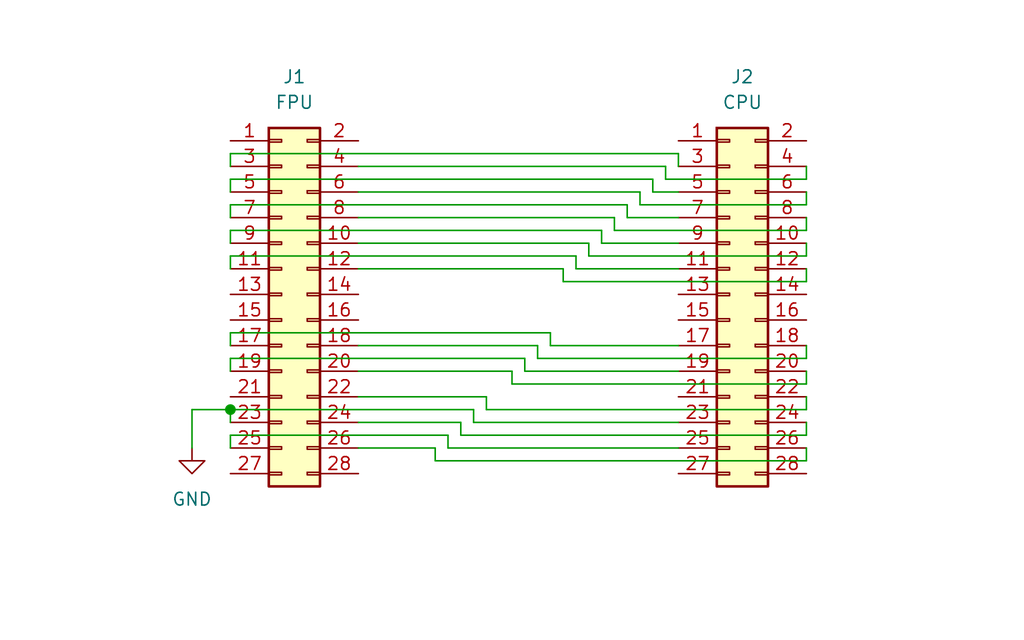
<source format=kicad_sch>
(kicad_sch (version 20230121) (generator eeschema)
  (paper "User" 101.6 63.5)
  (lib_symbols
    (symbol "Connector_Generic:Conn_02x14_Odd_Even" (pin_names (offset 1.016) hide)
      (property "Reference" "J" (at 1.27 17.78 0))
      (property "Value" "Conn_02x14_Odd_Even" (at 1.27 -20.32 0))
      (symbol "Conn_02x14_Odd_Even_1_1"
        (rectangle (start -1.27 -17.653) (end 0 -17.907) (stroke (width 0.1524)))
        (rectangle (start -1.27 -15.113) (end 0 -15.367) (stroke (width 0.1524)))
        (rectangle (start -1.27 -12.573) (end 0 -12.827) (stroke (width 0.1524)))
        (rectangle (start -1.27 -10.033) (end 0 -10.287) (stroke (width 0.1524)))
        (rectangle (start -1.27 -7.493) (end 0 -7.747) (stroke (width 0.1524)))
        (rectangle (start -1.27 -4.953) (end 0 -5.207) (stroke (width 0.1524)))
        (rectangle (start -1.27 -2.413) (end 0 -2.667) (stroke (width 0.1524)))
        (rectangle (start -1.27 0.127) (end 0 -0.127) (stroke (width 0.1524)))
        (rectangle (start -1.27 2.667) (end 0 2.413) (stroke (width 0.1524)))
        (rectangle (start -1.27 5.207) (end 0 4.953) (stroke (width 0.1524)))
        (rectangle (start -1.27 7.747) (end 0 7.493) (stroke (width 0.1524)))
        (rectangle (start -1.27 10.287) (end 0 10.033) (stroke (width 0.1524)))
        (rectangle (start -1.27 12.827) (end 0 12.573) (stroke (width 0.1524)))
        (rectangle (start -1.27 15.367) (end 0 15.113) (stroke (width 0.1524)))
        (rectangle (start -1.27 16.51) (end 3.81 -19.05) (stroke (width 0.254)) (fill (type background)))
        (rectangle (start 3.81 -17.653) (end 2.54 -17.907) (stroke (width 0.1524)))
        (rectangle (start 3.81 -15.113) (end 2.54 -15.367) (stroke (width 0.1524)))
        (rectangle (start 3.81 -12.573) (end 2.54 -12.827) (stroke (width 0.1524)))
        (rectangle (start 3.81 -10.033) (end 2.54 -10.287) (stroke (width 0.1524)))
        (rectangle (start 3.81 -7.493) (end 2.54 -7.747) (stroke (width 0.1524)))
        (rectangle (start 3.81 -4.953) (end 2.54 -5.207) (stroke (width 0.1524)))
        (rectangle (start 3.81 -2.413) (end 2.54 -2.667) (stroke (width 0.1524)))
        (rectangle (start 3.81 0.127) (end 2.54 -0.127) (stroke (width 0.1524)))
        (rectangle (start 3.81 2.667) (end 2.54 2.413) (stroke (width 0.1524)))
        (rectangle (start 3.81 5.207) (end 2.54 4.953) (stroke (width 0.1524)))
        (rectangle (start 3.81 7.747) (end 2.54 7.493) (stroke (width 0.1524)))
        (rectangle (start 3.81 10.287) (end 2.54 10.033) (stroke (width 0.1524)))
        (rectangle (start 3.81 12.827) (end 2.54 12.573) (stroke (width 0.1524)))
        (rectangle (start 3.81 15.367) (end 2.54 15.113) (stroke (width 0.1524)))
        (pin passive line (at -5.08 15.24 0) (length 3.81) (name "Pin_1") (number "1"))
        (pin passive line (at 7.62 5.08 180) (length 3.81) (name "Pin_10") (number "10"))
        (pin passive line (at -5.08 2.54 0) (length 3.81) (name "Pin_11") (number "11"))
        (pin passive line (at 7.62 2.54 180) (length 3.81) (name "Pin_12") (number "12"))
        (pin passive line (at -5.08 0 0) (length 3.81) (name "Pin_13") (number "13"))
        (pin passive line (at 7.62 0 180) (length 3.81) (name "Pin_14") (number "14"))
        (pin passive line (at -5.08 -2.54 0) (length 3.81) (name "Pin_15") (number "15"))
        (pin passive line (at 7.62 -2.54 180) (length 3.81) (name "Pin_16") (number "16"))
        (pin passive line (at -5.08 -5.08 0) (length 3.81) (name "Pin_17") (number "17"))
        (pin passive line (at 7.62 -5.08 180) (length 3.81) (name "Pin_18") (number "18"))
        (pin passive line (at -5.08 -7.62 0) (length 3.81) (name "Pin_19") (number "19"))
        (pin passive line (at 7.62 15.24 180) (length 3.81) (name "Pin_2") (number "2"))
        (pin passive line (at 7.62 -7.62 180) (length 3.81) (name "Pin_20") (number "20"))
        (pin passive line (at -5.08 -10.16 0) (length 3.81) (name "Pin_21") (number "21"))
        (pin passive line (at 7.62 -10.16 180) (length 3.81) (name "Pin_22") (number "22"))
        (pin passive line (at -5.08 -12.7 0) (length 3.81) (name "Pin_23") (number "23"))
        (pin passive line (at 7.62 -12.7 180) (length 3.81) (name "Pin_24") (number "24"))
        (pin passive line (at -5.08 -15.24 0) (length 3.81) (name "Pin_25") (number "25"))
        (pin passive line (at 7.62 -15.24 180) (length 3.81) (name "Pin_26") (number "26"))
        (pin passive line (at -5.08 -17.78 0) (length 3.81) (name "Pin_27") (number "27"))
        (pin passive line (at 7.62 -17.78 180) (length 3.81) (name "Pin_28") (number "28"))
        (pin passive line (at -5.08 12.7 0) (length 3.81) (name "Pin_3") (number "3"))
        (pin passive line (at 7.62 12.7 180) (length 3.81) (name "Pin_4") (number "4"))
        (pin passive line (at -5.08 10.16 0) (length 3.81) (name "Pin_5") (number "5"))
        (pin passive line (at 7.62 10.16 180) (length 3.81) (name "Pin_6") (number "6"))
        (pin passive line (at -5.08 7.62 0) (length 3.81) (name "Pin_7") (number "7"))
        (pin passive line (at 7.62 7.62 180) (length 3.81) (name "Pin_8") (number "8"))
        (pin passive line (at -5.08 5.08 0) (length 3.81) (name "Pin_9") (number "9"))
      )
    )
    (symbol "power:GND" (power) (pin_names (offset 0))
      (property "Value" "GND" (at 0 -3.81 0))
      (symbol "GND_0_1"
        (polyline (pts (xy 0 0) (xy 0 -1.27) (xy 1.27 -1.27) (xy 0 -2.54) (xy -1.27 -1.27) (xy 0 -1.27)))
      )
      (symbol "GND_1_1"
        (pin power_in line (at 0 0 270) (length 0) hide (name "GND") (number "1"))
      )
    )
  )
  (junction (at 22.86 40.64))
  (wire (pts (xy 48.26 39.37) (xy 48.26 40.64)))
  (wire (pts (xy 80.01 35.56) (xy 80.01 34.29)))
  (wire (pts (xy 46.99 41.91) (xy 67.31 41.91)))
  (wire (pts (xy 63.5 20.32) (xy 80.01 20.32)))
  (wire (pts (xy 22.86 33.02) (xy 54.61 33.02)))
  (wire (pts (xy 64.77 17.78) (xy 64.77 19.05)))
  (wire (pts (xy 54.61 33.02) (xy 54.61 34.29)))
  (wire (pts (xy 80.01 16.51) (xy 80.01 17.78)))
  (wire (pts (xy 80.01 25.4) (xy 80.01 24.13)))
  (wire (pts (xy 22.86 16.51) (xy 22.86 15.24)))
  (wire (pts (xy 80.01 43.18) (xy 80.01 41.91)))
  (wire (pts (xy 43.18 45.72) (xy 80.01 45.72)))
  (wire (pts (xy 22.86 41.91) (xy 22.86 40.64)))
  (wire (pts (xy 35.56 36.83) (xy 50.8 36.83)))
  (wire (pts (xy 52.07 36.83) (xy 67.31 36.83)))
  (wire (pts (xy 62.23 21.59) (xy 67.31 21.59)))
  (wire (pts (xy 22.86 34.29) (xy 22.86 33.02)))
  (wire (pts (xy 19.05 40.64) (xy 19.05 44.45)))
  (wire (pts (xy 59.69 24.13) (xy 67.31 24.13)))
  (wire (pts (xy 45.72 41.91) (xy 45.72 43.18)))
  (wire (pts (xy 60.96 22.86) (xy 80.01 22.86)))
  (wire (pts (xy 44.45 44.45) (xy 67.31 44.45)))
  (wire (pts (xy 80.01 45.72) (xy 80.01 44.45)))
  (wire (pts (xy 22.86 19.05) (xy 22.86 17.78)))
  (wire (pts (xy 45.72 43.18) (xy 80.01 43.18)))
  (wire (pts (xy 22.86 22.86) (xy 59.69 22.86)))
  (wire (pts (xy 53.34 35.56) (xy 80.01 35.56)))
  (wire (pts (xy 22.86 43.18) (xy 44.45 43.18)))
  (wire (pts (xy 54.61 34.29) (xy 67.31 34.29)))
  (wire (pts (xy 63.5 19.05) (xy 63.5 20.32)))
  (wire (pts (xy 48.26 40.64) (xy 80.01 40.64)))
  (wire (pts (xy 58.42 25.4) (xy 80.01 25.4)))
  (wire (pts (xy 52.07 35.56) (xy 52.07 36.83)))
  (wire (pts (xy 80.01 27.94) (xy 80.01 26.67)))
  (wire (pts (xy 22.86 24.13) (xy 22.86 22.86)))
  (wire (pts (xy 44.45 43.18) (xy 44.45 44.45)))
  (wire (pts (xy 22.86 25.4) (xy 57.15 25.4)))
  (wire (pts (xy 35.56 16.51) (xy 66.04 16.51)))
  (wire (pts (xy 50.8 38.1) (xy 80.01 38.1)))
  (wire (pts (xy 64.77 19.05) (xy 67.31 19.05)))
  (wire (pts (xy 60.96 21.59) (xy 60.96 22.86)))
  (wire (pts (xy 55.88 26.67) (xy 55.88 27.94)))
  (wire (pts (xy 22.86 40.64) (xy 46.99 40.64)))
  (wire (pts (xy 66.04 16.51) (xy 66.04 17.78)))
  (wire (pts (xy 55.88 27.94) (xy 80.01 27.94)))
  (wire (pts (xy 53.34 34.29) (xy 53.34 35.56)))
  (wire (pts (xy 35.56 44.45) (xy 43.18 44.45)))
  (wire (pts (xy 35.56 24.13) (xy 58.42 24.13)))
  (wire (pts (xy 22.86 44.45) (xy 22.86 43.18)))
  (wire (pts (xy 35.56 39.37) (xy 48.26 39.37)))
  (wire (pts (xy 62.23 20.32) (xy 62.23 21.59)))
  (wire (pts (xy 57.15 25.4) (xy 57.15 26.67)))
  (wire (pts (xy 35.56 19.05) (xy 63.5 19.05)))
  (wire (pts (xy 35.56 34.29) (xy 53.34 34.29)))
  (wire (pts (xy 80.01 40.64) (xy 80.01 39.37)))
  (wire (pts (xy 35.56 41.91) (xy 45.72 41.91)))
  (wire (pts (xy 22.86 17.78) (xy 64.77 17.78)))
  (wire (pts (xy 35.56 26.67) (xy 55.88 26.67)))
  (wire (pts (xy 57.15 26.67) (xy 67.31 26.67)))
  (wire (pts (xy 67.31 15.24) (xy 67.31 16.51)))
  (wire (pts (xy 50.8 36.83) (xy 50.8 38.1)))
  (wire (pts (xy 22.86 36.83) (xy 22.86 35.56)))
  (wire (pts (xy 22.86 26.67) (xy 22.86 25.4)))
  (wire (pts (xy 43.18 44.45) (xy 43.18 45.72)))
  (wire (pts (xy 22.86 20.32) (xy 62.23 20.32)))
  (wire (pts (xy 80.01 20.32) (xy 80.01 19.05)))
  (wire (pts (xy 66.04 17.78) (xy 80.01 17.78)))
  (wire (pts (xy 22.86 35.56) (xy 52.07 35.56)))
  (wire (pts (xy 35.56 21.59) (xy 60.96 21.59)))
  (wire (pts (xy 80.01 21.59) (xy 80.01 22.86)))
  (wire (pts (xy 59.69 22.86) (xy 59.69 24.13)))
  (wire (pts (xy 58.42 24.13) (xy 58.42 25.4)))
  (wire (pts (xy 22.86 15.24) (xy 67.31 15.24)))
  (wire (pts (xy 22.86 21.59) (xy 22.86 20.32)))
  (wire (pts (xy 22.86 40.64) (xy 19.05 40.64)))
  (wire (pts (xy 46.99 40.64) (xy 46.99 41.91)))
  (wire (pts (xy 80.01 38.1) (xy 80.01 36.83)))
  (symbol (lib_id "Connector_Generic:Conn_02x14_Odd_Even") (at 27.94 29.21 0) (unit 1)
    (property "Reference" "J1" (at 29.21 7.62 0))
    (property "Value" "FPU" (at 29.21 10.16 0))
    (property "Footprint" "Connector_PinHeader_2.54mm:PinHeader_2x14_P2.54mm_Vertical" (effects hide))
  )
  (symbol (lib_id "Connector_Generic:Conn_02x14_Odd_Even") (at 72.39 29.21 0) (unit 1)
    (property "Reference" "J2" (at 73.66 7.62 0))
    (property "Value" "CPU" (at 73.66 10.16 0))
    (property "Footprint" "Connector_PinHeader_2.54mm:PinHeader_2x14_P2.54mm_Vertical" (effects hide))
  )
  (symbol (lib_id "power:GND") (at 19.05 44.45 0) (unit 1)
    (property "Reference" "#PWR01" (effects hide))
    (property "Value" "GND" (at 19.05 49.53 0))
  )
)
</source>
